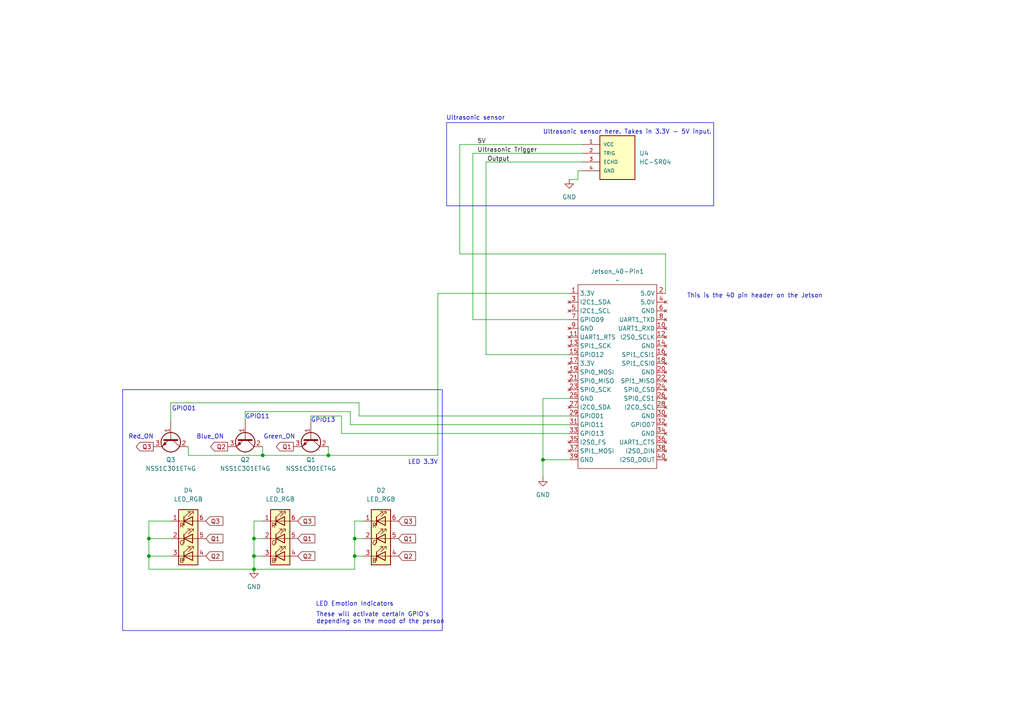
<source format=kicad_sch>
(kicad_sch (version 20231120) (generator "eeschema") (generator_version "8.0")
  (paper "A4")
  (title_block (title "Emotion-Adaptive-Smart-Home") (date "2024-11-06") (rev "3") (company "411 Group 6") (comment 1 "Kamal Smith") (comment 2 "Kilo Bao") (comment 3 "Luan Nguyen") (comment 4 "Samuel Shen"))
  (lib_symbols
    (symbol "Device:LED_RGB" (pin_names (offset 0) hide)
      (property "Reference" "D" (at 0 9.398 0))
      (property "Value" "LED_RGB" (at 0 -8.89 0))
      (symbol "LED_RGB_0_0"
        (text "B" (at -1.905 -6.35 0) (effects (font (size 1.27 1.27))))
        (text "G" (at -1.905 -1.27 0) (effects (font (size 1.27 1.27))))
        (text "R" (at -1.905 3.81 0) (effects (font (size 1.27 1.27))))
      )
      (symbol "LED_RGB_0_1"
        (polyline (pts (xy -1.27 -5.08) (xy -2.54 -5.08)))
        (polyline (pts (xy -1.27 -5.08) (xy 1.27 -5.08)))
        (polyline (pts (xy -1.27 -3.81) (xy -1.27 -6.35)) (stroke (width 0.254)))
        (polyline (pts (xy -1.27 0) (xy -2.54 0)))
        (polyline (pts (xy -1.27 1.27) (xy -1.27 -1.27)) (stroke (width 0.254)))
        (polyline (pts (xy -1.27 5.08) (xy -2.54 5.08)))
        (polyline (pts (xy -1.27 5.08) (xy 1.27 5.08)))
        (polyline (pts (xy -1.27 6.35) (xy -1.27 3.81)) (stroke (width 0.254)))
        (polyline (pts (xy 1.27 -5.08) (xy 2.54 -5.08)))
        (polyline (pts (xy 1.27 0) (xy -1.27 0)))
        (polyline (pts (xy 1.27 0) (xy 2.54 0)))
        (polyline (pts (xy 1.27 5.08) (xy 2.54 5.08)))
        (polyline (pts (xy -1.27 1.27) (xy -1.27 -1.27) (xy -1.27 -1.27)))
        (polyline (pts (xy -1.27 6.35) (xy -1.27 3.81) (xy -1.27 3.81)))
        (polyline (pts (xy 1.27 -3.81) (xy 1.27 -6.35) (xy -1.27 -5.08) (xy 1.27 -3.81)) (stroke (width 0.254)))
        (polyline (pts (xy 1.27 1.27) (xy 1.27 -1.27) (xy -1.27 0) (xy 1.27 1.27)) (stroke (width 0.254)))
        (polyline (pts (xy 1.27 6.35) (xy 1.27 3.81) (xy -1.27 5.08) (xy 1.27 6.35)) (stroke (width 0.254)))
        (polyline (pts (xy -1.016 -3.81) (xy 0.508 -2.286) (xy -0.254 -2.286) (xy 0.508 -2.286) (xy 0.508 -3.048)))
        (polyline (pts (xy -1.016 1.27) (xy 0.508 2.794) (xy -0.254 2.794) (xy 0.508 2.794) (xy 0.508 2.032)))
        (polyline (pts (xy -1.016 6.35) (xy 0.508 7.874) (xy -0.254 7.874) (xy 0.508 7.874) (xy 0.508 7.112)))
        (polyline (pts (xy 0 -3.81) (xy 1.524 -2.286) (xy 0.762 -2.286) (xy 1.524 -2.286) (xy 1.524 -3.048)))
        (polyline (pts (xy 0 1.27) (xy 1.524 2.794) (xy 0.762 2.794) (xy 1.524 2.794) (xy 1.524 2.032)))
        (polyline (pts (xy 0 6.35) (xy 1.524 7.874) (xy 0.762 7.874) (xy 1.524 7.874) (xy 1.524 7.112)))
        (rectangle (start 1.27 -1.27) (end 1.27 1.27))
        (rectangle (start 1.27 1.27) (end 1.27 1.27))
        (rectangle (start 1.27 3.81) (end 1.27 6.35))
        (rectangle (start 1.27 6.35) (end 1.27 6.35))
        (rectangle (start 2.794 8.382) (end -2.794 -7.62) (stroke (width 0.254)) (fill (type background)))
      )
      (symbol "LED_RGB_1_1"
        (pin passive line (at -5.08 5.08 0) (length 2.54) (name "RK") (number "1"))
        (pin passive line (at -5.08 0 0) (length 2.54) (name "GK") (number "2"))
        (pin passive line (at -5.08 -5.08 0) (length 2.54) (name "BK") (number "3"))
        (pin passive line (at 5.08 -5.08 180) (length 2.54) (name "BA") (number "4"))
        (pin passive line (at 5.08 0 180) (length 2.54) (name "GA") (number "5"))
        (pin passive line (at 5.08 5.08 180) (length 2.54) (name "RA") (number "6"))
      )
    )
    (symbol "Device:Q_NPN_BCE" (pin_names (offset 0) hide)
      (property "Reference" "Q" (at 5.08 1.27 0))
      (property "Value" "Q_NPN_BCE" (at 5.08 -1.27 0))
      (symbol "Q_NPN_BCE_0_1"
        (polyline (pts (xy 0.635 0.635) (xy 2.54 2.54)))
        (polyline (pts (xy 0.635 -0.635) (xy 2.54 -2.54) (xy 2.54 -2.54)))
        (polyline (pts (xy 0.635 1.905) (xy 0.635 -1.905) (xy 0.635 -1.905)) (stroke (width 0.508)))
        (polyline (pts (xy 1.27 -1.778) (xy 1.778 -1.27) (xy 2.286 -2.286) (xy 1.27 -1.778) (xy 1.27 -1.778)) (fill (type outline)))
        (circle (center 1.27 0) (radius 2.8194) (stroke (width 0.254)))
      )
      (symbol "Q_NPN_BCE_1_1"
        (pin input line (at -5.08 0 0) (length 5.715) (name "B") (number "1"))
        (pin passive line (at 2.54 5.08 270) (length 2.54) (name "C") (number "2"))
        (pin passive line (at 2.54 -5.08 90) (length 2.54) (name "E") (number "3"))
      )
    )
    (symbol "HC-SR04:HC-SR04" (pin_names (offset 1.016))
      (property "Reference" "U" (at 0 5.0813 0))
      (property "Value" "HC-SR04" (at 0 -10.163 0))
      (symbol "HC-SR04_0_0"
        (rectangle (start 0 -7.62) (end 10.16 5.08) (stroke (width 0.254)) (fill (type background)))
        (pin power_in line (at -5.08 2.54 0) (length 5.08) (name "VCC") (number "1"))
        (pin bidirectional line (at -5.08 0 0) (length 5.08) (name "TRIG") (number "2"))
        (pin bidirectional line (at -5.08 -2.54 0) (length 5.08) (name "ECHO") (number "3"))
        (pin power_in line (at -5.08 -5.08 0) (length 5.08) (name "GND") (number "4"))
      )
    )
    (symbol "JetsonNano40pin_1"
      (property "Reference" "Jetson_40-Pin1" (at 0 44.45 0))
      (property "Value" "~" (at 0 41.91 0))
      (symbol "JetsonNano40pin_1_0_0"
        (pin input line (at -13.97 -10.16 0) (length 2.54) (name "GND") (number "39"))
      )
      (symbol "JetsonNano40pin_1_1_0"
        (pin power_out line (at -13.97 38.1 0) (length 2.54) (name "3.3V") (number "1"))
        (pin no_connect line (at 13.97 27.94 180) (length 2.54) (name "UART1_RXD") (number "10"))
        (pin no_connect line (at -13.97 25.4 0) (length 2.54) (name "UART1_RTS") (number "11"))
        (pin no_connect line (at 13.97 25.4 180) (length 2.54) (name "I2S0_SCLK") (number "12"))
        (pin no_connect line (at -13.97 22.86 0) (length 2.54) (name "SPI1_SCK") (number "13"))
        (pin no_connect line (at 13.97 22.86 180) (length 2.54) (name "GND") (number "14"))
        (pin bidirectional line (at -13.97 20.32 0) (length 2.54) (name "GPIO12") (number "15"))
        (pin no_connect line (at 13.97 20.32 180) (length 2.54) (name "SPI1_CSI1") (number "16"))
        (pin no_connect line (at -13.97 17.78 0) (length 2.54) (name "3.3V") (number "17"))
        (pin no_connect line (at 13.97 17.78 180) (length 2.54) (name "SPI1_CSI0") (number "18"))
        (pin no_connect line (at -13.97 15.24 0) (length 2.54) (name "SPI0_MOSI") (number "19"))
        (pin power_out line (at 13.97 38.1 180) (length 2.54) (name "5.0V") (number "2"))
        (pin no_connect line (at 13.97 15.24 180) (length 2.54) (name "GND") (number "20"))
        (pin no_connect line (at -13.97 12.7 0) (length 2.54) (name "SPI0_MISO") (number "21"))
        (pin no_connect line (at 13.97 12.7 180) (length 2.54) (name "SPI1_MISO") (number "22"))
        (pin no_connect line (at -13.97 10.16 0) (length 2.54) (name "SPI0_SCK") (number "23"))
        (pin no_connect line (at 13.97 10.16 180) (length 2.54) (name "SPI0_CS0") (number "24"))
        (pin input line (at -13.97 7.62 0) (length 2.54) (name "GND") (number "25"))
        (pin no_connect line (at 13.97 7.62 180) (length 2.54) (name "SPI0_CS1") (number "26"))
        (pin no_connect line (at -13.97 5.08 0) (length 2.54) (name "I2C0_SDA") (number "27"))
        (pin no_connect line (at 13.97 5.08 180) (length 2.54) (name "I2C0_SCL") (number "28"))
        (pin bidirectional line (at -13.97 2.54 0) (length 2.54) (name "GPIO01") (number "29"))
        (pin no_connect line (at -13.97 35.56 0) (length 2.54) (name "I2C1_SDA") (number "3"))
        (pin no_connect line (at 13.97 2.54 180) (length 2.54) (name "GND") (number "30"))
        (pin bidirectional line (at -13.97 0 0) (length 2.54) (name "GPIO11") (number "31"))
        (pin no_connect line (at 13.97 0 180) (length 2.54) (name "GPIO07") (number "32"))
        (pin bidirectional line (at -13.97 -2.54 0) (length 2.54) (name "GPIO13") (number "33"))
        (pin no_connect line (at 13.97 -2.54 180) (length 2.54) (name "GND") (number "34"))
        (pin no_connect line (at -13.97 -5.08 0) (length 2.54) (name "I2S0_FS") (number "35"))
        (pin no_connect line (at 13.97 -5.08 180) (length 2.54) (name "UART1_CTS") (number "36"))
        (pin no_connect line (at -13.97 -7.62 0) (length 2.54) (name "SPI1_MOSI") (number "37"))
        (pin no_connect line (at 13.97 -7.62 180) (length 2.54) (name "I2S0_DIN") (number "38"))
        (pin no_connect line (at 13.97 35.56 180) (length 2.54) (name "5.0V") (number "4"))
        (pin no_connect line (at 13.97 -10.16 180) (length 2.54) (name "I2S0_DOUT") (number "40"))
        (pin no_connect line (at -13.97 33.02 0) (length 2.54) (name "I2C1_SCL") (number "5"))
        (pin no_connect line (at 13.97 33.02 180) (length 2.54) (name "GND") (number "6"))
        (pin bidirectional line (at -13.97 30.48 0) (length 2.54) (name "GPIO09") (number "7"))
        (pin no_connect line (at 13.97 30.48 180) (length 2.54) (name "UART1_TXD") (number "8"))
        (pin no_connect line (at -13.97 27.94 0) (length 2.54) (name "GND") (number "9"))
      )
      (symbol "JetsonNano40pin_1_1_1"
        (rectangle (start -11.43 40.64) (end 11.43 -12.7))
      )
    )
    (symbol "power:GND" (power) (pin_numbers hide) (pin_names (offset 0) hide)
      (property "Value" "GND" (at 0 -3.81 0))
      (symbol "GND_0_1"
        (polyline (pts (xy 0 0) (xy 0 -1.27) (xy 1.27 -1.27) (xy 0 -2.54) (xy -1.27 -1.27) (xy 0 -1.27)))
      )
      (symbol "GND_1_1"
        (pin power_in line (at 0 0 270) (length 0) (name "~") (number "1"))
      )
    )
  )
  (junction (at 157.48 133.35))
  (junction (at 73.66 161.29))
  (junction (at 73.66 156.21))
  (junction (at 43.18 161.29))
  (junction (at 43.18 156.21))
  (junction (at 95.25 132.08))
  (junction (at 102.87 156.21))
  (junction (at 76.2 132.08))
  (junction (at 73.66 165.1))
  (junction (at 102.87 161.29))
  (wire (pts (xy 140.97 46.99) (xy 140.97 102.87)))
  (wire (pts (xy 165.1 120.65) (xy 104.14 120.65)))
  (wire (pts (xy 168.91 41.91) (xy 133.35 41.91)))
  (wire (pts (xy 43.18 161.29) (xy 43.18 165.1)))
  (wire (pts (xy 43.18 151.13) (xy 43.18 156.21)))
  (wire (pts (xy 157.48 133.35) (xy 157.48 138.43)))
  (wire (pts (xy 71.12 119.38) (xy 71.12 121.92)))
  (wire (pts (xy 43.18 165.1) (xy 73.66 165.1)))
  (wire (pts (xy 101.6 119.38) (xy 71.12 119.38)))
  (wire (pts (xy 95.25 129.54) (xy 95.25 132.08)))
  (wire (pts (xy 193.04 73.66) (xy 193.04 85.09)))
  (wire (pts (xy 133.35 73.66) (xy 193.04 73.66)))
  (wire (pts (xy 165.1 125.73) (xy 99.06 125.73)))
  (wire (pts (xy 168.91 46.99) (xy 140.97 46.99)))
  (wire (pts (xy 167.64 49.53) (xy 168.91 49.53)))
  (wire (pts (xy 73.66 161.29) (xy 76.2 161.29)))
  (wire (pts (xy 76.2 156.21) (xy 73.66 156.21)))
  (wire (pts (xy 90.17 120.65) (xy 90.17 121.92)))
  (wire (pts (xy 127 85.09) (xy 127 132.08)))
  (wire (pts (xy 102.87 151.13) (xy 102.87 156.21)))
  (wire (pts (xy 137.16 44.45) (xy 137.16 92.71)))
  (wire (pts (xy 165.1 85.09) (xy 127 85.09)))
  (wire (pts (xy 104.14 116.84) (xy 49.53 116.84)))
  (wire (pts (xy 95.25 132.08) (xy 76.2 132.08)))
  (wire (pts (xy 105.41 156.21) (xy 102.87 156.21)))
  (wire (pts (xy 54.61 132.08) (xy 76.2 132.08)))
  (wire (pts (xy 140.97 102.87) (xy 165.1 102.87)))
  (wire (pts (xy 54.61 129.54) (xy 54.61 132.08)))
  (wire (pts (xy 99.06 120.65) (xy 90.17 120.65)))
  (wire (pts (xy 102.87 165.1) (xy 73.66 165.1)))
  (wire (pts (xy 49.53 116.84) (xy 49.53 121.92)))
  (wire (pts (xy 133.35 41.91) (xy 133.35 73.66)))
  (wire (pts (xy 76.2 151.13) (xy 73.66 151.13)))
  (wire (pts (xy 165.1 115.57) (xy 157.48 115.57)))
  (wire (pts (xy 157.48 133.35) (xy 165.1 133.35)))
  (wire (pts (xy 102.87 161.29) (xy 102.87 165.1)))
  (wire (pts (xy 43.18 156.21) (xy 43.18 161.29)))
  (wire (pts (xy 165.1 123.19) (xy 101.6 123.19)))
  (wire (pts (xy 43.18 156.21) (xy 49.53 156.21)))
  (wire (pts (xy 167.64 49.53) (xy 167.64 52.07)))
  (wire (pts (xy 73.66 156.21) (xy 73.66 161.29)))
  (wire (pts (xy 102.87 161.29) (xy 105.41 161.29)))
  (wire (pts (xy 127 132.08) (xy 95.25 132.08)))
  (wire (pts (xy 49.53 151.13) (xy 43.18 151.13)))
  (wire (pts (xy 73.66 151.13) (xy 73.66 156.21)))
  (wire (pts (xy 137.16 92.71) (xy 165.1 92.71)))
  (wire (pts (xy 43.18 161.29) (xy 49.53 161.29)))
  (wire (pts (xy 167.64 52.07) (xy 165.1 52.07)))
  (wire (pts (xy 104.14 120.65) (xy 104.14 116.84)))
  (wire (pts (xy 76.2 129.54) (xy 76.2 132.08)))
  (wire (pts (xy 99.06 125.73) (xy 99.06 120.65)))
  (wire (pts (xy 102.87 156.21) (xy 102.87 161.29)))
  (wire (pts (xy 105.41 151.13) (xy 102.87 151.13)))
  (wire (pts (xy 157.48 115.57) (xy 157.48 133.35)))
  (wire (pts (xy 73.66 165.1) (xy 73.66 161.29)))
  (wire (pts (xy 101.6 123.19) (xy 101.6 119.38)))
  (wire (pts (xy 168.91 44.45) (xy 137.16 44.45)))
  (rectangle (start 129.54 35.56) (end 207.01 59.69))
  (rectangle (start 35.56 113.03) (end 128.27 182.88))
  (text "GPIO11" (at 74.676 120.904 0) (effects (font (size 1.27 1.27))))
  (text "GPIO13" (at 93.726 121.92 0) (effects (font (size 1.27 1.27))))
  (text "This is the 40 pin header on the Jetson\n" (at 218.948 85.852 0) (effects (font (size 1.27 1.27))))
  (text "Ultrasonic sensor here. Takes in 3.3V - 5V input." (at 157.48 38.354 0) (effects (font (size 1.27 1.27)) (justify left)))
  (text "Blue_ON\n\n" (at 60.96 127.762 0) (effects (font (size 1.27 1.27))))
  (text "LED Emotion Indicators" (at 102.87 175.26 0) (effects (font (size 1.27 1.27))))
  (text "Ultrasonic sensor " (at 138.43 34.29 0) (effects (font (size 1.27 1.27))))
  (text "LED 3.3V" (at 122.682 134.112 0) (effects (font (size 1.27 1.27))))
  (text "These will activate certain GPIO's\ndepending on the mood of the person" (at 91.694 179.324 0) (effects (font (size 1.27 1.27)) (justify left)))
  (text "Green_ON" (at 81.026 126.746 0) (effects (font (size 1.27 1.27))))
  (text "Output\n" (at 144.526 46.228 0) (effects (font (size 1.27 1.27))))
  (text "Red_ON\n\n" (at 40.894 127.762 0) (effects (font (size 1.27 1.27))))
  (text "GPIO01" (at 53.34 118.618 0) (effects (font (size 1.27 1.27))))
  (label "Ultrasonic Trigger" (at 138.43 44.45 0))
  (label "5V" (at 138.43 41.91 0))
  (global_label "Q3" (shape input) (at 86.36 151.13 0) (property "Intersheetrefs" "${INTERSHEET_REFS}" (effects (hide yes))))
  (global_label "Q3" (shape output) (at 44.45 129.54 180) (property "Intersheetrefs" "${INTERSHEET_REFS}" (effects (hide yes))))
  (global_label "Q1" (shape input) (at 59.69 156.21 0) (property "Intersheetrefs" "${INTERSHEET_REFS}" (effects (hide yes))))
  (global_label "Q3" (shape input) (at 115.57 151.13 0) (property "Intersheetrefs" "${INTERSHEET_REFS}" (effects (hide yes))))
  (global_label "Q1" (shape input) (at 86.36 156.21 0) (property "Intersheetrefs" "${INTERSHEET_REFS}" (effects (hide yes))))
  (global_label "Q2" (shape input) (at 115.57 161.29 0) (property "Intersheetrefs" "${INTERSHEET_REFS}" (effects (hide yes))))
  (global_label "Q2" (shape input) (at 59.69 161.29 0) (property "Intersheetrefs" "${INTERSHEET_REFS}" (effects (hide yes))))
  (global_label "Q2" (shape output) (at 66.04 129.54 180) (property "Intersheetrefs" "${INTERSHEET_REFS}" (effects (hide yes))))
  (global_label "Q3" (shape input) (at 59.69 151.13 0) (property "Intersheetrefs" "${INTERSHEET_REFS}" (effects (hide yes))))
  (global_label "Q1" (shape input) (at 115.57 156.21 0) (property "Intersheetrefs" "${INTERSHEET_REFS}" (effects (hide yes))))
  (global_label "Q2" (shape input) (at 86.36 161.29 0) (property "Intersheetrefs" "${INTERSHEET_REFS}" (effects (hide yes))))
  (global_label "Q1" (shape output) (at 85.09 129.54 180) (property "Intersheetrefs" "${INTERSHEET_REFS}" (effects (hide yes))))
  (symbol (lib_name "JetsonNano40pin_1") (lib_id "JetsonNano40pin:JetsonNano40pin") (at 179.07 123.19 0) (unit 1)
    (property "Reference" "Jetson_40-Pin1" (at 179.07 78.74 0))
    (property "Value" "~" (at 179.07 81.28 0))
    (property "Footprint" "Connector_PinHeader_2.54mm:PinHeader_2x40_P2.54mm_Vertical" (effects (hide yes)))
  )
  (symbol (lib_id "Device:LED_RGB") (at 81.28 156.21 0) (unit 1)
    (property "Reference" "D1" (at 81.28 142.24 0))
    (property "Value" "LED_RGB" (at 81.28 144.78 0))
    (property "Footprint" "LED_SMD:LED_RGB_5050-6" (effects (hide yes)))
    (property "Description" "RGB LED, 6 pin package" (effects (hide yes)))
  )
  (symbol (lib_id "Device:Q_NPN_BCE") (at 49.53 127 270) (unit 1)
    (property "Reference" "Q3" (at 49.53 133.35 90))
    (property "Value" "NSS1C301ET4G" (at 49.53 135.89 90))
    (property "Footprint" "Transistor411Library:DPAK-4_6P22X6P73_ONS" (effects (hide yes)))
    (property "Description" "NPN transistor, base/collector/emitter" (effects (hide yes)))
  )
  (symbol (lib_id "Device:LED_RGB") (at 110.49 156.21 0) (unit 1)
    (property "Reference" "D2" (at 110.49 142.24 0))
    (property "Value" "LED_RGB" (at 110.49 144.78 0))
    (property "Footprint" "LED_SMD:LED_RGB_5050-6" (effects (hide yes)))
    (property "Description" "RGB LED, 6 pin package" (effects (hide yes)))
  )
  (symbol (lib_id "Device:LED_RGB") (at 54.61 156.21 0) (unit 1)
    (property "Reference" "D4" (at 54.61 142.24 0))
    (property "Value" "LED_RGB" (at 54.61 144.78 0))
    (property "Footprint" "LED_SMD:LED_RGB_5050-6" (effects (hide yes)))
    (property "Description" "RGB LED, 6 pin package" (effects (hide yes)))
  )
  (symbol (lib_id "HC-SR04:HC-SR04") (at 173.99 44.45 0) (unit 1)
    (property "Reference" "U4" (at 185.42 44.4499 0) (effects (justify left)))
    (property "Value" "HC-SR04" (at 185.42 46.9899 0) (effects (justify left)))
    (property "Footprint" "Connector_PinSocket_2.54mm:PinSocket_1x04_P2.54mm_Vertical" (effects (hide yes)))
    (property "MF" "SparkFun Electronics" (effects (hide yes)))
    (property "Description_1" "\n                        \n                            HC-SR04 Ultrasonic Sensor Qwiic Platform Evaluation Expansion Board\n                        \n" (effects (hide yes)))
    (property "Package" "None" (effects (hide yes)))
    (property "Price" "None" (effects (hide yes)))
    (property "Check_prices" "https://www.snapeda.com/parts/HC-SR04/SparkFun+Electronics/view-part/?ref=eda" (effects (hide yes)))
    (property "SnapEDA_Link" "https://www.snapeda.com/parts/HC-SR04/SparkFun+Electronics/view-part/?ref=snap" (effects (hide yes)))
    (property "MP" "HC-SR04" (effects (hide yes)))
    (property "Availability" "Not in stock" (effects (hide yes)))
    (property "MANUFACTURER" "Osepp" (effects (hide yes)))
  )
  (symbol (lib_id "power:GND") (at 157.48 138.43 0) (unit 1)
    (property "Reference" "#PWR017" (effects (hide yes)))
    (property "Value" "GND" (at 157.48 143.51 0))
    (property "Description" "Power symbol creates a global label with name \"GND\" , ground" (effects (hide yes)))
  )
  (symbol (lib_id "Device:Q_NPN_BCE") (at 71.12 127 270) (unit 1)
    (property "Reference" "Q2" (at 71.12 133.35 90))
    (property "Value" "NSS1C301ET4G" (at 71.12 135.89 90))
    (property "Footprint" "Transistor411Library:DPAK-4_6P22X6P73_ONS" (effects (hide yes)))
    (property "Description" "NPN transistor, base/collector/emitter" (effects (hide yes)))
  )
  (symbol (lib_id "power:GND") (at 165.1 52.07 0) (unit 1)
    (property "Reference" "#PWR018" (effects (hide yes)))
    (property "Value" "GND" (at 165.1 57.15 0))
    (property "Description" "Power symbol creates a global label with name \"GND\" , ground" (effects (hide yes)))
  )
  (symbol (lib_id "Device:Q_NPN_BCE") (at 90.17 127 270) (unit 1)
    (property "Reference" "Q1" (at 90.17 133.35 90))
    (property "Value" "NSS1C301ET4G" (at 90.17 135.89 90))
    (property "Footprint" "Transistor411Library:DPAK-4_6P22X6P73_ONS" (effects (hide yes)))
    (property "Description" "NPN transistor, base/collector/emitter" (effects (hide yes)))
  )
  (symbol (lib_id "power:GND") (at 73.66 165.1 0) (unit 1)
    (property "Reference" "#PWR01" (effects (hide yes)))
    (property "Value" "GND" (at 73.66 170.18 0))
    (property "Description" "Power symbol creates a global label with name \"GND\" , ground" (effects (hide yes)))
  )
)
</source>
